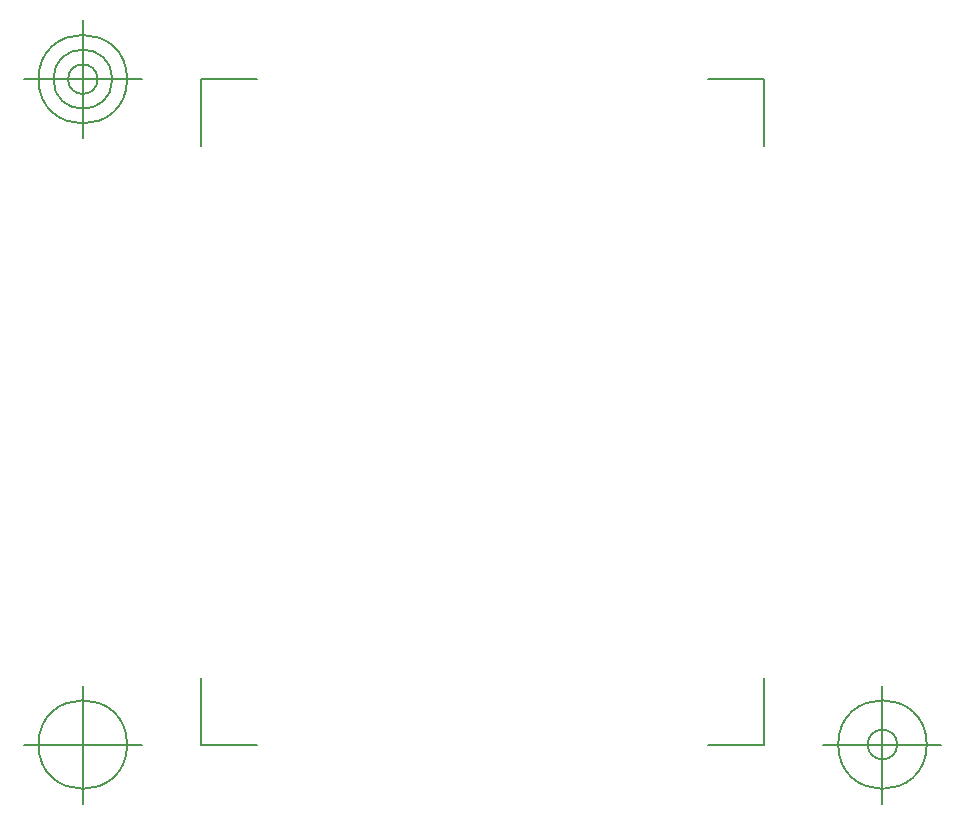
<source format=gbr>
G04 Generated by Ultiboard 14.0 *
%FSLAX34Y34*%
%MOMM*%

%ADD10C,0.0001*%
%ADD11C,0.1270*%


G04 ColorRGB FF14FF for the following layer *
%LNSilkscreen Bottom*%
%LPD*%
G54D10*
G54D11*
X-233433Y-289306D02*
X-233433Y-232969D01*
X-233433Y-289306D02*
X-185731Y-289306D01*
X243586Y-289306D02*
X195884Y-289306D01*
X243586Y-289306D02*
X243586Y-232969D01*
X243586Y274066D02*
X243586Y217729D01*
X243586Y274066D02*
X195884Y274066D01*
X-233433Y274066D02*
X-185731Y274066D01*
X-233433Y274066D02*
X-233433Y217729D01*
X-283433Y-289306D02*
X-383433Y-289306D01*
X-333433Y-339306D02*
X-333433Y-239306D01*
X-370933Y-289306D02*
G75*
D01*
G02X-370933Y-289306I37500J0*
G01*
X293586Y-289306D02*
X393586Y-289306D01*
X343586Y-339306D02*
X343586Y-239306D01*
X306086Y-289306D02*
G75*
D01*
G02X306086Y-289306I37500J0*
G01*
X331086Y-289306D02*
G75*
D01*
G02X331086Y-289306I12500J0*
G01*
X-283433Y274066D02*
X-383433Y274066D01*
X-333433Y224066D02*
X-333433Y324066D01*
X-370933Y274066D02*
G75*
D01*
G02X-370933Y274066I37500J0*
G01*
X-358433Y274066D02*
G75*
D01*
G02X-358433Y274066I25000J0*
G01*
X-345933Y274066D02*
G75*
D01*
G02X-345933Y274066I12500J0*
G01*

M02*

</source>
